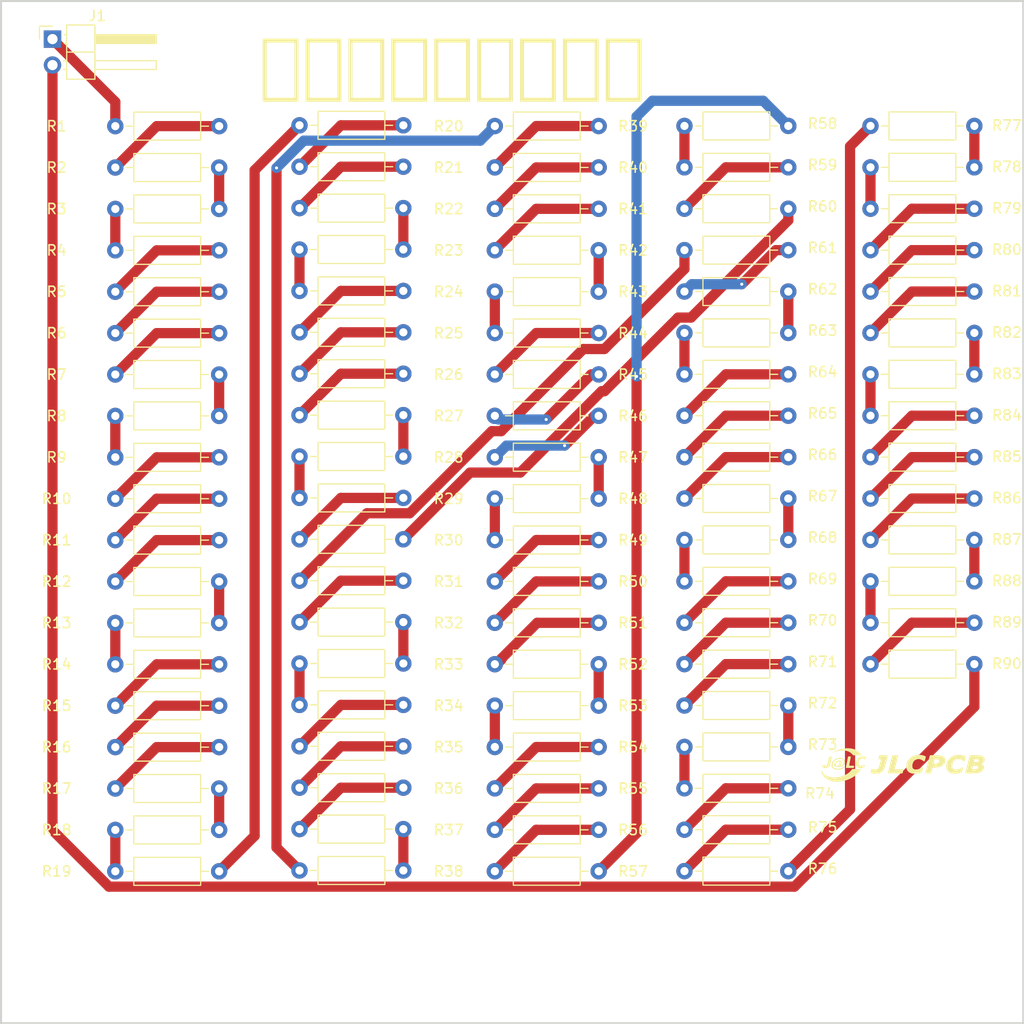
<source format=kicad_pcb>
(kicad_pcb (version 20241229) (generator "pcbnew") (generator_version "9.0")
  (layers (0 "F.Cu" signal) (2 "B.Cu" signal) (13 "F.Paste" user) (15 "B.Paste" user) (5 "F.SilkS" user "F.Silkscreen") (7 "B.SilkS" user "B.Silkscreen") (1 "F.Mask" user) (3 "B.Mask" user) (25 "Edge.Cuts" user))
  (net 0 "")
  (net 1 "Net-(J1-Pin_2)")
  (net 2 "Net-(J1-Pin_1)")
  (net 3 "Net-(R1-Pad2)")
  (net 4 "Net-(R2-Pad2)")
  (net 5 "Net-(R3-Pad1)")
  (net 6 "Net-(R4-Pad2)")
  (net 7 "Net-(R5-Pad2)")
  (net 8 "Net-(R6-Pad2)")
  (net 9 "Net-(R7-Pad2)")
  (net 10 "Net-(R8-Pad1)")
  (net 11 "Net-(R10-Pad1)")
  (net 12 "Net-(R10-Pad2)")
  (net 13 "Net-(R11-Pad2)")
  (net 14 "Net-(R12-Pad2)")
  (net 15 "Net-(R13-Pad1)")
  (net 16 "Net-(R14-Pad2)")
  (net 17 "Net-(R15-Pad2)")
  (net 18 "Net-(R16-Pad2)")
  (net 19 "Net-(R17-Pad2)")
  (net 20 "Net-(R18-Pad1)")
  (net 21 "Net-(R19-Pad2)")
  (net 22 "Net-(R20-Pad2)")
  (net 23 "Net-(R21-Pad2)")
  (net 24 "Net-(R22-Pad2)")
  (net 25 "Net-(R23-Pad1)")
  (net 26 "Net-(R24-Pad2)")
  (net 27 "Net-(R25-Pad2)")
  (net 28 "Net-(R26-Pad2)")
  (net 29 "Net-(R27-Pad2)")
  (net 30 "Net-(R28-Pad1)")
  (net 31 "Net-(R29-Pad2)")
  (net 32 "Net-(R30-Pad2)")
  (net 33 "Net-(R31-Pad2)")
  (net 34 "Net-(R31-Pad1)")
  (net 35 "Net-(R32-Pad2)")
  (net 36 "Net-(R33-Pad1)")
  (net 37 "Net-(R34-Pad2)")
  (net 38 "Net-(R35-Pad2)")
  (net 39 "Net-(R36-Pad2)")
  (net 40 "Net-(R37-Pad2)")
  (net 41 "Net-(R38-Pad1)")
  (net 42 "Net-(R39-Pad2)")
  (net 43 "Net-(R40-Pad2)")
  (net 44 "Net-(R41-Pad2)")
  (net 45 "Net-(R42-Pad2)")
  (net 46 "Net-(R43-Pad1)")
  (net 47 "Net-(R44-Pad2)")
  (net 48 "Net-(R45-Pad2)")
  (net 49 "Net-(R46-Pad2)")
  (net 50 "Net-(R47-Pad2)")
  (net 51 "Net-(R48-Pad1)")
  (net 52 "Net-(R49-Pad2)")
  (net 53 "Net-(R50-Pad2)")
  (net 54 "Net-(R51-Pad2)")
  (net 55 "Net-(R52-Pad2)")
  (net 56 "Net-(R53-Pad1)")
  (net 57 "Net-(R54-Pad2)")
  (net 58 "Net-(R55-Pad2)")
  (net 59 "Net-(R56-Pad2)")
  (net 60 "Net-(R57-Pad2)")
  (net 61 "Net-(R58-Pad1)")
  (net 62 "Net-(R59-Pad2)")
  (net 63 "Net-(R61-Pad2)")
  (net 64 "Net-(R62-Pad2)")
  (net 65 "Net-(R63-Pad1)")
  (net 66 "Net-(R64-Pad2)")
  (net 67 "Net-(R65-Pad2)")
  (net 68 "Net-(R66-Pad2)")
  (net 69 "Net-(R67-Pad2)")
  (net 70 "Net-(R68-Pad1)")
  (net 71 "Net-(R69-Pad2)")
  (net 72 "Net-(R70-Pad2)")
  (net 73 "Net-(R71-Pad2)")
  (net 74 "Net-(R72-Pad2)")
  (net 75 "Net-(R73-Pad1)")
  (net 76 "Net-(R74-Pad2)")
  (net 77 "Net-(R75-Pad2)")
  (net 78 "Net-(R76-Pad2)")
  (net 79 "Net-(R77-Pad2)")
  (net 80 "Net-(R78-Pad1)")
  (net 81 "Net-(R79-Pad2)")
  (net 82 "Net-(R80-Pad2)")
  (net 83 "Net-(R81-Pad2)")
  (net 84 "Net-(R82-Pad2)")
  (net 85 "Net-(R83-Pad1)")
  (net 86 "Net-(R84-Pad2)")
  (net 87 "Net-(R85-Pad2)")
  (net 88 "Net-(R86-Pad2)")
  (net 89 "Net-(R87-Pad2)")
  (net 90 "Net-(R88-Pad1)")
  (net 91 "Net-(R89-Pad2)")
  (footprint "Resistor_THT:R_Axial_DIN0207_L6.3mm_D2.5mm_P10.16mm_Horizontal" (layer "F.Cu") (at 171.57 69.5)
    (property "Reference" "R82")
    (property "Value" "R")
  )
  (footprint "Resistor_THT:R_Axial_DIN0207_L6.3mm_D2.5mm_P10.16mm_Horizontal" (layer "F.Cu") (at 171.57 73.55)
    (property "Reference" "R83")
    (property "Value" "R")
  )
  (footprint "Resistor_THT:R_Axial_DIN0207_L6.3mm_D2.5mm_P10.16mm_Horizontal" (layer "F.Cu") (at 97.69 118.12)
    (property "Reference" "R18")
    (property "Value" "R")
  )
  (footprint "Resistor_THT:R_Axial_DIN0207_L6.3mm_D2.5mm_P10.16mm_Horizontal" (layer "F.Cu") (at 97.69 49.27)
    (property "Reference" "R1")
    (property "Value" "R")
  )
  (footprint "Resistor_THT:R_Axial_DIN0207_L6.3mm_D2.5mm_P10.16mm_Horizontal" (layer "F.Cu") (at 153.37 53.3)
    (property "Reference" "R59")
    (property "Value" "R")
  )
  (footprint "Resistor_THT:R_Axial_DIN0207_L6.3mm_D2.5mm_P10.16mm_Horizontal" (layer "F.Cu") (at 97.69 105.97)
    (property "Reference" "R15")
    (property "Value" "R")
  )
  (footprint "Resistor_THT:R_Axial_DIN0207_L6.3mm_D2.5mm_P10.16mm_Horizontal" (layer "F.Cu") (at 115.71 69.44)
    (property "Reference" "R25")
    (property "Value" "R")
  )
  (footprint "Resistor_THT:R_Axial_DIN0207_L6.3mm_D2.5mm_P10.16mm_Horizontal" (layer "F.Cu") (at 134.82 49.26)
    (property "Reference" "R39")
    (property "Value" "R")
  )
  (footprint "Resistor_THT:R_Axial_DIN0207_L6.3mm_D2.5mm_P10.16mm_Horizontal" (layer "F.Cu") (at 134.82 105.96)
    (property "Reference" "R53")
    (property "Value" "R")
  )
  (footprint "Resistor_THT:R_Axial_DIN0207_L6.3mm_D2.5mm_P10.16mm_Horizontal" (layer "F.Cu") (at 115.71 85.64)
    (property "Reference" "R29")
    (property "Value" "R")
  )
  (footprint "Resistor_THT:R_Axial_DIN0207_L6.3mm_D2.5mm_P10.16mm_Horizontal" (layer "F.Cu") (at 115.71 77.54)
    (property "Reference" "R27")
    (property "Value" "R")
  )
  (footprint "Resistor_THT:R_Axial_DIN0207_L6.3mm_D2.5mm_P10.16mm_Horizontal" (layer "F.Cu") (at 171.57 65.45)
    (property "Reference" "R81")
    (property "Value" "R")
  )
  (footprint "Resistor_THT:R_Axial_DIN0207_L6.3mm_D2.5mm_P10.16mm_Horizontal" (layer "F.Cu") (at 153.37 73.55)
    (property "Reference" "R64")
    (property "Value" "R")
  )
  (footprint "Resistor_THT:R_Axial_DIN0207_L6.3mm_D2.5mm_P10.16mm_Horizontal" (layer "F.Cu") (at 97.69 101.92)
    (property "Reference" "R14")
    (property "Value" "R")
  )
  (footprint "Resistor_THT:R_Axial_DIN0207_L6.3mm_D2.5mm_P10.16mm_Horizontal" (layer "F.Cu") (at 153.37 49.25)
    (property "Reference" "R58")
    (property "Value" "R")
  )
  (footprint "Resistor_THT:R_Axial_DIN0207_L6.3mm_D2.5mm_P10.16mm_Horizontal" (layer "F.Cu") (at 134.82 114.06)
    (property "Reference" "R55")
    (property "Value" "R")
  )
  (footprint "Resistor_THT:R_Axial_DIN0207_L6.3mm_D2.5mm_P10.16mm_Horizontal" (layer "F.Cu") (at 115.71 61.34)
    (property "Reference" "R23")
    (property "Value" "R")
  )
  (footprint "Resistor_THT:R_Axial_DIN0207_L6.3mm_D2.5mm_P10.16mm_Horizontal" (layer "F.Cu") (at 153.37 81.65)
    (property "Reference" "R66")
    (property "Value" "R")
  )
  (footprint "Resistor_THT:R_Axial_DIN0207_L6.3mm_D2.5mm_P10.16mm_Horizontal" (layer "F.Cu") (at 115.71 101.84)
    (property "Reference" "R33")
    (property "Value" "R")
  )
  (footprint "Resistor_THT:R_Axial_DIN0207_L6.3mm_D2.5mm_P10.16mm_Horizontal" (layer "F.Cu") (at 97.69 110.02)
    (property "Reference" "R16")
    (property "Value" "R")
  )
  (footprint "Resistor_THT:R_Axial_DIN0207_L6.3mm_D2.5mm_P10.16mm_Horizontal" (layer "F.Cu") (at 115.71 118.04)
    (property "Reference" "R37")
    (property "Value" "R")
  )
  (footprint "Resistor_THT:R_Axial_DIN0207_L6.3mm_D2.5mm_P10.16mm_Horizontal" (layer "F.Cu") (at 115.71 73.49)
    (property "Reference" "R26")
    (property "Value" "R")
  )
  (footprint "Resistor_THT:R_Axial_DIN0207_L6.3mm_D2.5mm_P10.16mm_Horizontal" (layer "F.Cu") (at 153.37 65.45)
    (property "Reference" "R62")
    (property "Value" "R")
  )
  (footprint "Resistor_THT:R_Axial_DIN0207_L6.3mm_D2.5mm_P10.16mm_Horizontal" (layer "F.Cu") (at 97.69 114.07)
    (property "Reference" "R17")
    (property "Value" "R")
  )
  (footprint "Resistor_THT:R_Axial_DIN0207_L6.3mm_D2.5mm_P10.16mm_Horizontal" (layer "F.Cu") (at 134.82 69.51)
    (property "Reference" "R44")
    (property "Value" "R")
  )
  (footprint "Resistor_THT:R_Axial_DIN0207_L6.3mm_D2.5mm_P10.16mm_Horizontal" (layer "F.Cu") (at 171.57 89.75)
    (property "Reference" "R87")
    (property "Value" "R")
  )
  (footprint "Resistor_THT:R_Axial_DIN0207_L6.3mm_D2.5mm_P10.16mm_Horizontal" (layer "F.Cu") (at 134.82 85.71)
    (property "Reference" "R48")
    (property "Value" "R")
  )
  (footprint "Resistor_THT:R_Axial_DIN0207_L6.3mm_D2.5mm_P10.16mm_Horizontal" (layer "F.Cu") (at 115.71 53.24)
    (property "Reference" "R21")
    (property "Value" "R")
  )
  (footprint "Resistor_THT:R_Axial_DIN0207_L6.3mm_D2.5mm_P10.16mm_Horizontal" (layer "F.Cu") (at 115.71 57.29)
    (property "Reference" "R22")
    (property "Value" "R")
  )
  (footprint "Resistor_THT:R_Axial_DIN0207_L6.3mm_D2.5mm_P10.16mm_Horizontal" (layer "F.Cu") (at 153.37 105.95)
    (property "Reference" "R72")
    (property "Value" "R")
  )
  (footprint "Resistor_THT:R_Axial_DIN0207_L6.3mm_D2.5mm_P10.16mm_Horizontal" (layer "F.Cu") (at 97.69 89.77)
    (property "Reference" "R11")
    (property "Value" "R")
  )
  (footprint "Resistor_THT:R_Axial_DIN0207_L6.3mm_D2.5mm_P10.16mm_Horizontal" (layer "F.Cu") (at 134.82 61.41)
    (property "Reference" "R42")
    (property "Value" "R")
  )
  (footprint "Resistor_THT:R_Axial_DIN0207_L6.3mm_D2.5mm_P10.16mm_Horizontal" (layer "F.Cu") (at 171.57 61.4)
    (property "Reference" "R80")
    (property "Value" "R")
  )
  (footprint "Resistor_THT:R_Axial_DIN0207_L6.3mm_D2.5mm_P10.16mm_Horizontal" (layer "F.Cu") (at 153.37 101.9)
    (property "Reference" "R71")
    (property "Value" "R")
  )
  (footprint "Resistor_THT:R_Axial_DIN0207_L6.3mm_D2.5mm_P10.16mm_Horizontal" (layer "F.Cu") (at 115.71 105.89)
    (property "Reference" "R34")
    (property "Value" "R")
  )
  (footprint "Resistor_THT:R_Axial_DIN0207_L6.3mm_D2.5mm_P10.16mm_Horizontal" (layer "F.Cu") (at 97.69 65.47)
    (property "Reference" "R5")
    (property "Value" "R")
  )
  (footprint "Resistor_THT:R_Axial_DIN0207_L6.3mm_D2.5mm_P10.16mm_Horizontal" (layer "F.Cu") (at 115.71 81.59)
    (property "Reference" "R28")
    (property "Value" "R")
  )
  (footprint "LOGO" (layer "F.Cu") (at 174.752 111.76)
    (property "Reference" "G***" (hide yes))
    (property "Value" "LOGO" (hide yes))
  )
  (footprint "Resistor_THT:R_Axial_DIN0207_L6.3mm_D2.5mm_P10.16mm_Horizontal" (layer "F.Cu") (at 115.71 65.39)
    (property "Reference" "R24")
    (property "Value" "R")
  )
  (footprint "Resistor_THT:R_Axial_DIN0207_L6.3mm_D2.5mm_P10.16mm_Horizontal" (layer "F.Cu") (at 134.82 65.46)
    (property "Reference" "R43")
    (property "Value" "R")
  )
  (footprint "Resistor_THT:R_Axial_DIN0207_L6.3mm_D2.5mm_P10.16mm_Horizontal" (layer "F.Cu") (at 115.71 113.99)
    (property "Reference" "R36")
    (property "Value" "R")
  )
  (footprint "Resistor_THT:R_Axial_DIN0207_L6.3mm_D2.5mm_P10.16mm_Horizontal" (layer "F.Cu") (at 134.82 57.36)
    (property "Reference" "R41")
    (property "Value" "R")
  )
  (footprint "Resistor_THT:R_Axial_DIN0207_L6.3mm_D2.5mm_P10.16mm_Horizontal" (layer "F.Cu") (at 153.37 85.7)
    (property "Reference" "R67")
    (property "Value" "R")
  )
  (footprint "Resistor_THT:R_Axial_DIN0207_L6.3mm_D2.5mm_P10.16mm_Horizontal" (layer "F.Cu") (at 153.37 118.1)
    (property "Reference" "R75")
    (property "Value" "R")
  )
  (footprint "Resistor_THT:R_Axial_DIN0207_L6.3mm_D2.5mm_P10.16mm_Horizontal" (layer "F.Cu") (at 97.69 122.17)
    (property "Reference" "R19")
    (property "Value" "R")
  )
  (footprint "Resistor_THT:R_Axial_DIN0207_L6.3mm_D2.5mm_P10.16mm_Horizontal" (layer "F.Cu") (at 171.57 53.3)
    (property "Reference" "R78")
    (property "Value" "R")
  )
  (footprint "Resistor_THT:R_Axial_DIN0207_L6.3mm_D2.5mm_P10.16mm_Horizontal" (layer "F.Cu") (at 153.37 97.85)
    (property "Reference" "R70")
    (property "Value" "R")
  )
  (footprint "Resistor_THT:R_Axial_DIN0207_L6.3mm_D2.5mm_P10.16mm_Horizontal" (layer "F.Cu") (at 153.37 93.8)
    (property "Reference" "R69")
    (property "Value" "R")
  )
  (footprint "Resistor_THT:R_Axial_DIN0207_L6.3mm_D2.5mm_P10.16mm_Horizontal" (layer "F.Cu") (at 97.69 53.32)
    (property "Reference" "R2")
    (property "Value" "R")
  )
  (footprint "Resistor_THT:R_Axial_DIN0207_L6.3mm_D2.5mm_P10.16mm_Horizontal" (layer "F.Cu") (at 153.37 77.6)
    (property "Reference" "R65")
    (property "Value" "R")
  )
  (footprint "Resistor_THT:R_Axial_DIN0207_L6.3mm_D2.5mm_P10.16mm_Horizontal" (layer "F.Cu") (at 115.71 89.69)
    (property "Reference" "R30")
    (property "Value" "R")
  )
  (footprint "Resistor_THT:R_Axial_DIN0207_L6.3mm_D2.5mm_P10.16mm_Horizontal" (layer "F.Cu") (at 97.69 93.82)
    (property "Reference" "R12")
    (property "Value" "R")
  )
  (footprint "Resistor_THT:R_Axial_DIN0207_L6.3mm_D2.5mm_P10.16mm_Horizontal" (layer "F.Cu") (at 153.37 61.4)
    (property "Reference" "R61")
    (property "Value" "R")
  )
  (footprint "Resistor_THT:R_Axial_DIN0207_L6.3mm_D2.5mm_P10.16mm_Horizontal" (layer "F.Cu") (at 153.37 89.75)
    (property "Reference" "R68")
    (property "Value" "R")
  )
  (footprint "Resistor_THT:R_Axial_DIN0207_L6.3mm_D2.5mm_P10.16mm_Horizontal" (layer "F.Cu") (at 134.82 73.56)
    (property "Reference" "R45")
    (property "Value" "R")
  )
  (footprint "Resistor_THT:R_Axial_DIN0207_L6.3mm_D2.5mm_P10.16mm_Horizontal" (layer "F.Cu") (at 171.57 57.35)
    (property "Reference" "R79")
    (property "Value" "R")
  )
  (footprint "Resistor_THT:R_Axial_DIN0207_L6.3mm_D2.5mm_P10.16mm_Horizontal" (layer "F.Cu") (at 153.37 122.15)
    (property "Reference" "R76")
    (property "Value" "R")
  )
  (footprint "Resistor_THT:R_Axial_DIN0207_L6.3mm_D2.5mm_P10.16mm_Horizontal" (layer "F.Cu") (at 115.71 49.19)
    (property "Reference" "R20")
    (property "Value" "R")
  )
  (footprint "Resistor_THT:R_Axial_DIN0207_L6.3mm_D2.5mm_P10.16mm_Horizontal" (layer "F.Cu") (at 97.69 77.62)
    (property "Reference" "R8")
    (property "Value" "R")
  )
  (footprint "Resistor_THT:R_Axial_DIN0207_L6.3mm_D2.5mm_P10.16mm_Horizontal" (layer "F.Cu") (at 115.71 122.09)
    (property "Reference" "R38")
    (property "Value" "R")
  )
  (footprint "Resistor_THT:R_Axial_DIN0207_L6.3mm_D2.5mm_P10.16mm_Horizontal" (layer "F.Cu") (at 171.57 77.6)
    (property "Reference" "R84")
    (property "Value" "R")
  )
  (footprint "Resistor_THT:R_Axial_DIN0207_L6.3mm_D2.5mm_P10.16mm_Horizontal" (layer "F.Cu") (at 115.71 109.94)
    (property "Reference" "R35")
    (property "Value" "R")
  )
  (footprint "Resistor_THT:R_Axial_DIN0207_L6.3mm_D2.5mm_P10.16mm_Horizontal" (layer "F.Cu") (at 171.57 85.7)
    (property "Reference" "R86")
    (property "Value" "R")
  )
  (footprint "Resistor_THT:R_Axial_DIN0207_L6.3mm_D2.5mm_P10.16mm_Horizontal" (layer "F.Cu") (at 171.57 93.8)
    (property "Reference" "R88")
    (property "Value" "R")
  )
  (footprint "Resistor_THT:R_Axial_DIN0207_L6.3mm_D2.5mm_P10.16mm_Horizontal" (layer "F.Cu") (at 97.69 81.67)
    (property "Reference" "R9")
    (property "Value" "R")
  )
  (footprint "Resistor_THT:R_Axial_DIN0207_L6.3mm_D2.5mm_P10.16mm_Horizontal" (layer "F.Cu") (at 134.82 122.16)
    (property "Reference" "R57")
    (property "Value" "R")
  )
  (footprint "Connector_PinHeader_2.54mm:PinHeader_1x02_P2.54mm_Horizontal" (layer "F.Cu") (at 91.545 40.755)
    (property "Reference" "J1")
    (property "Value" "Conn_01x02_Pin")
  )
  (footprint "Resistor_THT:R_Axial_DIN0207_L6.3mm_D2.5mm_P10.16mm_Horizontal" (layer "F.Cu") (at 134.82 93.81)
    (property "Reference" "R50")
    (property "Value" "R")
  )
  (footprint "Resistor_THT:R_Axial_DIN0207_L6.3mm_D2.5mm_P10.16mm_Horizontal" (layer "F.Cu") (at 134.82 81.66)
    (property "Reference" "R47")
    (property "Value" "R")
  )
  (footprint "Resistor_THT:R_Axial_DIN0207_L6.3mm_D2.5mm_P10.16mm_Horizontal" (layer "F.Cu") (at 134.82 97.86)
    (property "Reference" "R51")
    (property "Value" "R")
  )
  (footprint "Resistor_THT:R_Axial_DIN0207_L6.3mm_D2.5mm_P10.16mm_Horizontal" (layer "F.Cu") (at 134.82 77.61)
    (property "Reference" "R46")
    (property "Value" "R")
  )
  (footprint "Resistor_THT:R_Axial_DIN0207_L6.3mm_D2.5mm_P10.16mm_Horizontal" (layer "F.Cu") (at 153.37 114.05)
    (property "Reference" "R74")
    (property "Value" "R")
  )
  (footprint "Resistor_THT:R_Axial_DIN0207_L6.3mm_D2.5mm_P10.16mm_Horizontal" (layer "F.Cu") (at 115.71 93.74)
    (property "Reference" "R31")
    (property "Value" "R")
  )
  (footprint "Resistor_THT:R_Axial_DIN0207_L6.3mm_D2.5mm_P10.16mm_Horizontal" (layer "F.Cu") (at 97.69 61.42)
    (property "Reference" "R4")
    (property "Value" "R")
  )
  (footprint "Resistor_THT:R_Axial_DIN0207_L6.3mm_D2.5mm_P10.16mm_Horizontal" (layer "F.Cu") (at 171.57 97.85)
    (property "Reference" "R89")
    (property "Value" "R")
  )
  (footprint "Resistor_THT:R_Axial_DIN0207_L6.3mm_D2.5mm_P10.16mm_Horizontal" (layer "F.Cu") (at 115.71 97.79)
    (property "Reference" "R32")
    (property "Value" "R")
  )
  (footprint "Resistor_THT:R_Axial_DIN0207_L6.3mm_D2.5mm_P10.16mm_Horizontal" (layer "F.Cu") (at 134.82 110.01)
    (property "Reference" "R54")
    (property "Value" "R")
  )
  (footprint "Resistor_THT:R_Axial_DIN0207_L6.3mm_D2.5mm_P10.16mm_Horizontal" (layer "F.Cu") (at 153.37 69.5)
    (property "Reference" "R63")
    (property "Value" "R")
  )
  (footprint "Resistor_THT:R_Axial_DIN0207_L6.3mm_D2.5mm_P10.16mm_Horizontal" (layer "F.Cu") (at 97.69 85.72)
    (property "Reference" "R10")
    (property "Value" "R")
  )
  (footprint "Resistor_THT:R_Axial_DIN0207_L6.3mm_D2.5mm_P10.16mm_Horizontal" (layer "F.Cu") (at 134.82 89.76)
    (property "Reference" "R49")
    (property "Value" "R")
  )
  (footprint "Resistor_THT:R_Axial_DIN0207_L6.3mm_D2.5mm_P10.16mm_Horizontal" (layer "F.Cu") (at 134.82 101.91)
    (property "Reference" "R52")
    (property "Value" "R")
  )
  (footprint "Resistor_THT:R_Axial_DIN0207_L6.3mm_D2.5mm_P10.16mm_Horizontal" (layer "F.Cu") (at 153.37 110)
    (property "Reference" "R73")
    (property "Value" "R")
  )
  (footprint "Resistor_THT:R_Axial_DIN0207_L6.3mm_D2.5mm_P10.16mm_Horizontal" (layer "F.Cu") (at 153.37 57.35)
    (property "Reference" "R60")
    (property "Value" "R")
  )
  (footprint "Resistor_THT:R_Axial_DIN0207_L6.3mm_D2.5mm_P10.16mm_Horizontal" (layer "F.Cu") (at 97.69 57.37)
    (property "Reference" "R3")
    (property "Value" "R")
  )
  (footprint "Resistor_THT:R_Axial_DIN0207_L6.3mm_D2.5mm_P10.16mm_Horizontal" (layer "F.Cu") (at 171.57 81.65)
    (property "Reference" "R85")
    (property "Value" "R")
  )
  (footprint "Resistor_THT:R_Axial_DIN0207_L6.3mm_D2.5mm_P10.16mm_Horizontal" (layer "F.Cu") (at 134.82 53.31)
    (property "Reference" "R40")
    (property "Value" "R")
  )
  (footprint "Resistor_THT:R_Axial_DIN0207_L6.3mm_D2.5mm_P10.16mm_Horizontal" (layer "F.Cu") (at 171.57 49.25)
    (property "Reference" "R77")
    (property "Value" "R")
  )
  (footprint "Resistor_THT:R_Axial_DIN0207_L6.3mm_D2.5mm_P10.16mm_Horizontal" (layer "F.Cu") (at 171.57 101.9)
    (property "Reference" "R90")
    (property "Value" "R")
  )
  (footprint "Resistor_THT:R_Axial_DIN0207_L6.3mm_D2.5mm_P10.16mm_Horizontal" (layer "F.Cu") (at 97.69 97.87)
    (property "Reference" "R13")
    (property "Value" "R")
  )
  (footprint "Resistor_THT:R_Axial_DIN0207_L6.3mm_D2.5mm_P10.16mm_Horizontal" (layer "F.Cu") (at 97.69 69.52)
    (property "Reference" "R6")
    (property "Value" "R")
  )
  (footprint "Resistor_THT:R_Axial_DIN0207_L6.3mm_D2.5mm_P10.16mm_Horizontal" (layer "F.Cu") (at 134.82 118.11)
    (property "Reference" "R56")
    (property "Value" "R")
  )
  (footprint "Resistor_THT:R_Axial_DIN0207_L6.3mm_D2.5mm_P10.16mm_Horizontal" (layer "F.Cu") (at 97.69 73.57)
    (property "Reference" "R7")
    (property "Value" "R")
  )
  (gr_line (start 186.51 137.03) (end 86.51 137.03) (stroke (width 0.2)) (layer "Edge.Cuts"))
  (gr_line (start 86.51 37.03) (end 186.51 37.03) (stroke (width 0.2)) (layer "Edge.Cuts"))
  (gr_line (start 186.51 37.03) (end 186.51 137.03) (stroke (width 0.2)) (layer "Edge.Cuts"))
  (gr_line (start 86.51 137.03) (end 86.51 37.03) (stroke (width 0.2)) (layer "Edge.Cuts"))
  (gr_text "はんだづけ練習基板\n" (at 111.76 46.482 0) (layer "F.SilkS") (effects (font (size 5 5) (thickness 0.3)) (justify left bottom)))
  (segment (start 181.73 101.9) (end 181.73 106.072735) (width 1) (layer "F.Cu") (net 1))
  (segment (start 164.131735 123.671) (end 97.068265 123.671) (width 1) (layer "F.Cu") (net 1))
  (segment (start 181.73 106.072735) (end 164.131735 123.671) (width 1) (layer "F.Cu") (net 1))
  (segment (start 91.545 118.147735) (end 91.545 43.295) (width 1) (layer "F.Cu") (net 1))
  (segment (start 97.068265 123.671) (end 91.545 118.147735) (width 1) (layer "F.Cu") (net 1))
  (segment (start 91.545 40.755) (end 97.69 46.9) (width 1) (layer "F.Cu") (net 2))
  (segment (start 97.69 46.9) (end 97.69 49.27) (width 1) (layer "F.Cu") (net 2))
  (segment (start 107.85 49.27) (end 101.74 49.27) (width 1) (layer "F.Cu") (net 3))
  (segment (start 101.74 49.27) (end 97.69 53.32) (width 1) (layer "F.Cu") (net 3))
  (segment (start 107.85 53.32) (end 107.85 57.37) (width 1) (layer "F.Cu") (net 4))
  (segment (start 97.69 57.37) (end 97.69 61.42) (width 1) (layer "F.Cu") (net 5))
  (segment (start 107.85 61.42) (end 101.74 61.42) (width 1) (layer "F.Cu") (net 6))
  (segment (start 101.74 61.42) (end 97.69 65.47) (width 1) (layer "F.Cu") (net 6))
  (segment (start 101.74 65.47) (end 97.69 69.52) (width 1) (layer "F.Cu") (net 7))
  (segment (start 107.85 65.47) (end 101.74 65.47) (width 1) (layer "F.Cu") (net 7))
  (segment (start 101.74 69.52) (end 97.69 73.57) (width 1) (layer "F.Cu") (net 8))
  (segment (start 107.85 69.52) (end 101.74 69.52) (width 1) (layer "F.Cu") (net 8))
  (segment (start 107.85 73.57) (end 107.85 77.62) (width 1) (layer "F.Cu") (net 9))
  (segment (start 97.69 77.62) (end 97.69 81.67) (width 1) (layer "F.Cu") (net 10))
  (segment (start 101.74 81.67) (end 97.69 85.72) (width 1) (layer "F.Cu") (net 11))
  (segment (start 107.85 81.67) (end 101.74 81.67) (width 1) (layer "F.Cu") (net 11))
  (segment (start 107.85 85.72) (end 101.74 85.72) (width 1) (layer "F.Cu") (net 12))
  (segment (start 101.74 85.72) (end 97.69 89.77) (width 1) (layer "F.Cu") (net 12))
  (segment (start 101.74 89.77) (end 97.69 93.82) (width 1) (layer "F.Cu") (net 13))
  (segment (start 107.85 89.77) (end 101.74 89.77) (width 1) (layer "F.Cu") (net 13))
  (segment (start 107.85 93.82) (end 107.85 97.87) (width 1) (layer "F.Cu") (net 14))
  (segment (start 97.69 97.87) (end 97.69 101.92) (width 1) (layer "F.Cu") (net 15))
  (segment (start 107.85 101.92) (end 101.74 101.92) (width 1) (layer "F.Cu") (net 16))
  (segment (start 101.74 101.92) (end 97.69 105.97) (width 1) (layer "F.Cu") (net 16))
  (segment (start 101.74 105.97) (end 97.69 110.02) (width 1) (layer "F.Cu") (net 17))
  (segment (start 107.85 105.97) (end 101.74 105.97) (width 1) (layer "F.Cu") (net 17))
  (segment (start 101.74 110.02) (end 97.69 114.07) (width 1) (layer "F.Cu") (net 18))
  (segment (start 107.85 110.02) (end 101.74 110.02) (width 1) (layer "F.Cu") (net 18))
  (segment (start 107.85 114.07) (end 107.85 118.12) (width 1) (layer "F.Cu") (net 19))
  (segment (start 97.69 118.12) (end 97.69 122.17) (width 1) (layer "F.Cu") (net 20))
  (segment (start 111.32 118.7) (end 111.32 53.58) (width 1) (layer "F.Cu") (net 21))
  (segment (start 107.85 122.17) (end 111.32 118.7) (width 1) (layer "F.Cu") (net 21))
  (segment (start 111.32 53.58) (end 115.71 49.19) (width 1) (layer "F.Cu") (net 21))
  (segment (start 125.87 49.19) (end 119.76 49.19) (width 1) (layer "F.Cu") (net 22))
  (segment (start 119.76 49.19) (end 115.71 53.24) (width 1) (layer "F.Cu") (net 22))
  (segment (start 119.76 53.24) (end 115.71 57.29) (width 1) (layer "F.Cu") (net 23))
  (segment (start 125.87 53.24) (end 119.76 53.24) (width 1) (layer "F.Cu") (net 23))
  (segment (start 125.87 57.29) (end 125.87 61.34) (width 1) (layer "F.Cu") (net 24))
  (segment (start 115.71 61.34) (end 115.71 65.39) (width 1) (layer "F.Cu") (net 25))
  (segment (start 125.87 65.39) (end 119.76 65.39) (width 1) (layer "F.Cu") (net 26))
  (segment (start 119.76 65.39) (end 115.71 69.44) (width 1) (layer "F.Cu") (net 26))
  (segment (start 119.76 69.44) (end 115.71 73.49) (width 1) (layer "F.Cu") (net 27))
  (segment (start 125.87 69.44) (end 119.76 69.44) (width 1) (layer "F.Cu") (net 27))
  (segment (start 125.87 73.49) (end 119.76 73.49) (width 1) (layer "F.Cu") (net 28))
  (segment (start 119.76 73.49) (end 115.71 77.54) (width 1) (layer "F.Cu") (net 28))
  (segment (start 125.87 77.54) (end 125.87 81.59) (width 1) (layer "F.Cu") (net 29))
  (segment (start 115.71 81.59) (end 115.71 85.64) (width 1) (layer "F.Cu") (net 30))
  (segment (start 119.76 85.64) (end 115.71 89.69) (width 1) (layer "F.Cu") (net 31))
  (segment (start 125.87 85.64) (end 119.76 85.64) (width 1) (layer "F.Cu") (net 31))
  (segment (start 154.01237 67.999) (end 163.53 58.48137) (width 1) (layer "F.Cu") (net 32))
  (segment (start 137.306265 83.161) (end 145.267265 75.2) (width 1) (layer "F.Cu") (net 32))
  (segment (start 163.53 58.48137) (end 163.53 57.35) (width 1) (layer "F.Cu") (net 32))
  (segment (start 145.547265 75.2) (end 152.748265 67.999) (width 1) (layer "F.Cu") (net 32))
  (segment (start 152.748265 67.999) (end 154.01237 67.999) (width 1) (layer "F.Cu") (net 32))
  (segment (start 125.87 89.69) (end 132.399 83.161) (width 1) (layer "F.Cu") (net 32))
  (segment (start 145.267265 75.2) (end 145.547265 75.2) (width 1) (layer "F.Cu") (net 32))
  (segment (start 132.399 83.161) (end 137.306265 83.161) (width 1) (layer "F.Cu") (net 32))
  (segment (start 119.76 93.74) (end 115.71 97.79) (width 1) (layer "F.Cu") (net 33))
  (segment (start 125.87 93.74) (end 119.76 93.74) (width 1) (layer "F.Cu") (net 33))
  (segment (start 122.309 87.141) (end 126.491735 87.141) (width 1) (layer "F.Cu") (net 34))
  (segment (start 134.521735 79.111) (end 135.441735 79.111) (width 1) (layer "F.Cu") (net 34))
  (segment (start 135.441735 79.111) (end 143.479 71.073735) (width 1) (layer "F.Cu") (net 34))
  (segment (start 126.491735 87.141) (end 134.521735 79.111) (width 1) (layer "F.Cu") (net 34))
  (segment (start 143.479 71.073735) (end 145.539 71.073735) (width 1) (layer "F.Cu") (net 34))
  (segment (start 115.71 93.74) (end 122.309 87.141) (width 1) (layer "F.Cu") (net 34))
  (segment (start 153.37 63.242735) (end 153.37 61.4) (width 1) (layer "F.Cu") (net 34))
  (segment (start 145.539 71.073735) (end 153.37 63.242735) (width 1) (layer "F.Cu") (net 34))
  (segment (start 125.87 97.79) (end 125.87 101.84) (width 1) (layer "F.Cu") (net 35))
  (segment (start 115.71 101.84) (end 115.71 105.89) (width 1) (layer "F.Cu") (net 36))
  (segment (start 119.76 105.89) (end 115.71 109.94) (width 1) (layer "F.Cu") (net 37))
  (segment (start 125.87 105.89) (end 119.76 105.89) (width 1) (layer "F.Cu") (net 37))
  (segment (start 119.76 109.94) (end 115.71 113.99) (width 1) (layer "F.Cu") (net 38))
  (segment (start 125.87 109.94) (end 119.76 109.94) (width 1) (layer "F.Cu") (net 38))
  (segment (start 125.87 113.99) (end 119.76 113.99) (width 1) (layer "F.Cu") (net 39))
  (segment (start 119.76 113.99) (end 115.71 118.04) (width 1) (layer "F.Cu") (net 39))
  (segment (start 125.87 118.04) (end 125.87 122.09) (width 1) (layer "F.Cu") (net 40))
  (segment (start 113.46 119.84) (end 113.46 53.36) (width 1) (layer "F.Cu") (net 41))
  (segment (start 115.71 122.09) (end 113.46 119.84) (width 1) (layer "F.Cu") (net 41))
  (via (at 113.46 53.36) (size 0.6) (drill 0.3) (layers "F.Cu" "B.Cu") (net 41))
  (segment (start 113.46 53.36) (end 116.129 50.691) (width 1) (layer "B.Cu") (net 41))
  (segment (start 116.129 50.691) (end 133.389 50.691) (width 1) (layer "B.Cu") (net 41))
  (segment (start 133.389 50.691) (end 134.82 49.26) (width 1) (layer "B.Cu") (net 41))
  (segment (start 144.98 49.26) (end 138.87 49.26) (width 1) (layer "F.Cu") (net 42))
  (segment (start 138.87 49.26) (end 134.82 53.31) (width 1) (layer "F.Cu") (net 42))
  (segment (start 144.98 53.31) (end 138.87 53.31) (width 1) (layer "F.Cu") (net 43))
  (segment (start 138.87 53.31) (end 134.82 57.36) (width 1) (layer "F.Cu") (net 43))
  (segment (start 138.87 57.36) (end 134.82 61.41) (width 1) (layer "F.Cu") (net 44))
  (segment (start 144.98 57.36) (end 138.87 57.36) (width 1) (layer "F.Cu") (net 44))
  (segment (start 144.98 61.41) (end 144.98 65.46) (width 1) (layer "F.Cu") (net 45))
  (segment (start 134.82 65.46) (end 134.82 69.51) (width 1) (layer "F.Cu") (net 46))
  (segment (start 144.98 69.51) (end 138.87 69.51) (width 1) (layer "F.Cu") (net 47))
  (segment (start 138.87 69.51) (end 134.82 73.56) (width 1) (layer "F.Cu") (net 47))
  (segment (start 144.98 73.56) (end 144.25 73.56) (width 1) (layer "F.Cu") (net 48))
  (segment (start 144.25 73.56) (end 139.84 77.97) (width 1) (layer "F.Cu") (net 48))
  (via (at 139.84 77.97) (size 0.6) (drill 0.3) (layers "F.Cu" "B.Cu") (net 48))
  (segment (start 135.18 77.97) (end 134.82 77.61) (width 1) (layer "B.Cu") (net 48))
  (segment (start 139.84 77.97) (end 135.18 77.97) (width 1) (layer "B.Cu") (net 48))
  (segment (start 144.98 77.61) (end 144.555735 77.61) (width 1) (layer "F.Cu") (net 49))
  (segment (start 144.555735 77.61) (end 141.642867 80.522868) (width 1) (layer "F.Cu") (net 49))
  (via (at 141.642867 80.522868) (size 0.6) (drill 0.3) (layers "F.Cu" "B.Cu") (net 49))
  (segment (start 135.957132 80.522868) (end 134.82 81.66) (width 1) (layer "B.Cu") (net 49))
  (segment (start 141.642867 80.522868) (end 135.957132 80.522868) (width 1) (layer "B.Cu") (net 49))
  (segment (start 144.98 81.66) (end 144.98 85.71) (width 1) (layer "F.Cu") (net 50))
  (segment (start 134.82 85.71) (end 134.82 89.76) (width 1) (layer "F.Cu") (net 51))
  (segment (start 144.98 89.76) (end 138.87 89.76) (width 1) (layer "F.Cu") (net 52))
  (segment (start 138.87 89.76) (end 134.82 93.81) (width 1) (layer "F.Cu") (net 52))
  (segment (start 144.98 93.81) (end 138.87 93.81) (width 1) (layer "F.Cu") (net 53))
  (segment (start 138.87 93.81) (end 134.82 97.86) (width 1) (layer "F.Cu") (net 53))
  (segment (start 135.46 101.36) (end 135.46 101.46) (width 1) (layer "F.Cu") (net 54))
  (segment (start 138.96 97.86) (end 135.46 101.36) (width 1) (layer "F.Cu") (net 54))
  (segment (start 144.98 97.86) (end 138.96 97.86) (width 1) (layer "F.Cu") (net 54))
  (segment (start 135.01 101.91) (end 134.82 101.91) (width 1) (layer "F.Cu") (net 54))
  (segment (start 135.46 101.46) (end 135.01 101.91) (width 1) (layer "F.Cu") (net 54))
  (segment (start 144.98 101.91) (end 144.98 105.96) (width 1) (layer "F.Cu") (net 55))
  (segment (start 134.82 105.96) (end 134.82 110.01) (width 1) (layer "F.Cu") (net 56))
  (segment (start 144.98 110.01) (end 138.87 110.01) (width 1) (layer "F.Cu") (net 57))
  (segment (start 138.87 110.01) (end 134.82 114.06) (width 1) (layer "F.Cu") (net 57))
  (segment (start 138.87 114.06) (end 134.82 118.11) (width 1) (layer "F.Cu") (net 58))
  (segment (start 144.98 114.06) (end 138.87 114.06) (width 1) (layer "F.Cu") (net 58))
  (segment (start 138.87 118.11) (end 134.82 122.16) (width 1) (layer "F.Cu") (net 59))
  (segment (start 144.98 118.11) (end 138.87 118.11) (width 1) (layer "F.Cu") (net 59))
  (segment (start 144.98 122.16) (end 148.687868 118.452132) (width 1) (layer "F.Cu") (net 60))
  (segment (start 148.687868 118.452132) (end 148.687868 73.757867) (width 1) (layer "F.Cu") (net 60))
  (via (at 148.687868 73.757867) (size 0.6) (drill 0.3) (layers "F.Cu" "B.Cu") (net 60))
  (segment (start 148.687868 73.757867) (end 148.687868 48.332132) (width 1) (layer "B.Cu") (net 60))
  (segment (start 161.07 46.79) (end 163.53 49.25) (width 1) (layer "B.Cu") (net 60))
  (segment (start 150.23 46.79) (end 161.07 46.79) (width 1) (layer "B.Cu") (net 60))
  (segment (start 148.687868 48.332132) (end 150.23 46.79) (width 1) (layer "B.Cu") (net 60))
  (segment (start 153.37 49.25) (end 153.37 53.3) (width 1) (layer "F.Cu") (net 61))
  (segment (start 163.53 53.3) (end 157.42 53.3) (width 1) (layer "F.Cu") (net 62))
  (segment (start 157.42 53.3) (end 153.37 57.35) (width 1) (layer "F.Cu") (net 62))
  (segment (start 163.53 61.4) (end 162.30984 61.4) (width 1) (layer "F.Cu") (net 63))
  (segment (start 162.30984 61.4) (end 158.97492 64.73492) (width 1) (layer "F.Cu") (net 63))
  (via (at 158.97492 64.73492) (size 0.6) (drill 0.3) (layers "F.Cu" "B.Cu") (net 63))
  (segment (start 158.97492 64.73492) (end 154.08508 64.73492) (width 1) (layer "B.Cu") (net 63))
  (segment (start 154.08508 64.73492) (end 153.37 65.45) (width 1) (layer "B.Cu") (net 63))
  (segment (start 163.53 65.45) (end 163.53 69.5) (width 1) (layer "F.Cu") (net 64))
  (segment (start 153.37 69.5) (end 153.37 73.55) (width 1) (layer "F.Cu") (net 65))
  (segment (start 157.42 73.55) (end 153.37 77.6) (width 1) (layer "F.Cu") (net 66))
  (segment (start 163.53 73.55) (end 157.42 73.55) (width 1) (layer "F.Cu") (net 66))
  (segment (start 157.42 77.6) (end 153.37 81.65) (width 1) (layer "F.Cu") (net 67))
  (segment (start 163.53 77.6) (end 157.42 77.6) (width 1) (layer "F.Cu") (net 67))
  (segment (start 157.42 81.65) (end 153.37 85.7) (width 1) (layer "F.Cu") (net 68))
  (segment (start 163.53 81.65) (end 157.42 81.65) (width 1) (layer "F.Cu") (net 68))
  (segment (start 163.53 85.7) (end 163.53 89.75) (width 1) (layer "F.Cu") (net 69))
  (segment (start 153.37 89.75) (end 153.37 93.8) (width 1) (layer "F.Cu") (net 70))
  (segment (start 157.42 93.8) (end 153.37 97.85) (width 1) (layer "F.Cu") (net 71))
  (segment (start 163.53 93.8) (end 157.42 93.8) (width 1) (layer "F.Cu") (net 71))
  (segment (start 163.53 97.85) (end 157.42 97.85) (width 1) (layer "F.Cu") (net 72))
  (segment (start 157.42 97.85) (end 153.37 101.9) (width 1) (layer "F.Cu") (net 72))
  (segment (start 163.53 101.9) (end 157.42 101.9) (width 1) (layer "F.Cu") (net 73))
  (segment (start 157.42 101.9) (end 153.37 105.95) (width 1) (layer "F.Cu") (net 73))
  (segment (start 163.53 105.95) (end 163.53 110) (width 1) (layer "F.Cu") (net 74))
  (segment (start 153.37 110) (end 153.37 114.05) (width 1) (layer "F.Cu") (net 75))
  (segment (start 157.42 114.05) (end 153.37 118.1) (width 1) (layer "F.Cu") (net 76))
  (segment (start 163.53 114.05) (end 157.42 114.05) (width 1) (layer "F.Cu") (net 76))
  (segment (start 163.53 118.1) (end 157.42 118.1) (width 1) (layer "F.Cu") (net 77))
  (segment (start 157.42 118.1) (end 153.37 122.15) (width 1) (layer "F.Cu") (net 77))
  (segment (start 169.57 51.25) (end 171.57 49.25) (width 1) (layer "F.Cu") (net 78))
  (segment (start 169.57 116.11) (end 169.57 51.25) (width 1) (layer "F.Cu") (net 78))
  (segment (start 163.53 122.15) (end 169.57 116.11) (width 1) (layer "F.Cu") (net 78))
  (segment (start 181.73 49.25) (end 181.73 53.3) (width 1) (layer "F.Cu") (net 79))
  (segment (start 171.57 53.3) (end 171.57 57.35) (width 1) (layer "F.Cu") (net 80))
  (segment (start 181.73 57.35) (end 175.62 57.35) (width 1) (layer "F.Cu") (net 81))
  (segment (start 175.62 57.35) (end 171.57 61.4) (width 1) (layer "F.Cu") (net 81))
  (segment (start 175.62 61.4) (end 171.57 65.45) (width 1) (layer "F.Cu") (net 82))
  (segment (start 181.73 61.4) (end 175.62 61.4) (width 1) (layer "F.Cu") (net 82))
  (segment (start 175.62 65.45) (end 171.57 69.5) (width 1) (layer "F.Cu") (net 83))
  (segment (start 181.73 65.45) (end 175.62 65.45) (width 1) (layer "F.Cu") (net 83))
  (segment (start 181.73 69.5) (end 181.73 73.55) (width 1) (layer "F.Cu") (net 84))
  (segment (start 171.57 73.55) (end 171.57 77.6) (width 1) (layer "F.Cu") (net 85))
  (segment (start 175.62 77.6) (end 171.57 81.65) (width 1) (layer "F.Cu") (net 86))
  (segment (start 181.73 77.6) (end 175.62 77.6) (width 1) (layer "F.Cu") (net 86))
  (segment (start 175.62 81.65) (end 171.57 85.7) (width 1) (layer "F.Cu") (net 87))
  (segment (start 181.73 81.65) (end 175.62 81.65) (width 1) (layer "F.Cu") (net 87))
  (segment (start 175.62 85.7) (end 171.57 89.75) (width 1) (layer "F.Cu") (net 88))
  (segment (start 181.73 85.7) (end 175.62 85.7) (width 1) (layer "F.Cu") (net 88))
  (segment (start 181.73 89.75) (end 181.73 93.8) (width 1) (layer "F.Cu") (net 89))
  (segment (start 171.57 93.8) (end 171.57 97.85) (width 1) (layer "F.Cu") (net 90))
  (segment (start 175.62 97.85) (end 171.57 101.9) (width 1) (layer "F.Cu") (net 91))
  (segment (start 181.73 97.85) (end 175.62 97.85) (width 1) (layer "F.Cu") (net 91))
)
</source>
